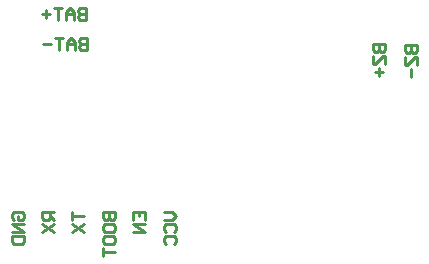
<source format=gbo>
G04*
G04 #@! TF.GenerationSoftware,Altium Limited,Altium Designer,20.0.2 (26)*
G04*
G04 Layer_Color=32896*
%FSLAX25Y25*%
%MOIN*%
G70*
G01*
G75*
%ADD15C,0.01000*%
D15*
X198401Y222700D02*
X202400D01*
Y220701D01*
X201733Y220034D01*
X201067D01*
X200401Y220701D01*
Y222700D01*
Y220701D01*
X199734Y220034D01*
X199068D01*
X198401Y220701D01*
Y222700D01*
Y218701D02*
Y216036D01*
X199068D01*
X201733Y218701D01*
X202400D01*
Y216036D01*
X200401Y214703D02*
Y212037D01*
X199068Y213370D02*
X201733D01*
X209201Y222500D02*
X213200D01*
Y220501D01*
X212534Y219834D01*
X211867D01*
X211201Y220501D01*
Y222500D01*
Y220501D01*
X210534Y219834D01*
X209868D01*
X209201Y220501D01*
Y222500D01*
Y218501D02*
Y215835D01*
X209868D01*
X212534Y218501D01*
X213200D01*
Y215835D01*
X211201Y214503D02*
Y211837D01*
X103200Y224599D02*
Y220600D01*
X101201D01*
X100534Y221266D01*
Y221933D01*
X101201Y222599D01*
X103200D01*
X101201D01*
X100534Y223266D01*
Y223932D01*
X101201Y224599D01*
X103200D01*
X99201Y220600D02*
Y223266D01*
X97868Y224599D01*
X96535Y223266D01*
Y220600D01*
Y222599D01*
X99201D01*
X95203Y224599D02*
X92537D01*
X93870D01*
Y220600D01*
X91204Y222599D02*
X88538D01*
X103000Y234699D02*
Y230700D01*
X101001D01*
X100334Y231366D01*
Y232033D01*
X101001Y232699D01*
X103000D01*
X101001D01*
X100334Y233366D01*
Y234032D01*
X101001Y234699D01*
X103000D01*
X99001Y230700D02*
Y233366D01*
X97668Y234699D01*
X96336Y233366D01*
Y230700D01*
Y232699D01*
X99001D01*
X95003Y234699D02*
X92337D01*
X93670D01*
Y230700D01*
X91004Y232699D02*
X88338D01*
X89671Y234032D02*
Y231366D01*
X78768Y163934D02*
X78101Y164601D01*
Y165934D01*
X78768Y166600D01*
X81434D01*
X82100Y165934D01*
Y164601D01*
X81434Y163934D01*
X80101D01*
Y165267D01*
X82100Y162601D02*
X78101D01*
X82100Y159935D01*
X78101D01*
Y158603D02*
X82100D01*
Y156603D01*
X81434Y155937D01*
X78768D01*
X78101Y156603D01*
Y158603D01*
X92220Y166600D02*
X88221D01*
Y164601D01*
X88888Y163934D01*
X90221D01*
X90887Y164601D01*
Y166600D01*
Y165267D02*
X92220Y163934D01*
X88221Y162601D02*
X92220Y159935D01*
X88221D02*
X92220Y162601D01*
X98341Y166600D02*
Y163934D01*
Y165267D01*
X102340D01*
X98341Y162601D02*
X102340Y159935D01*
X98341D02*
X102340Y162601D01*
X108461Y166600D02*
X112460D01*
Y164601D01*
X111794Y163934D01*
X111127D01*
X110461Y164601D01*
Y166600D01*
Y164601D01*
X109794Y163934D01*
X109128D01*
X108461Y164601D01*
Y166600D01*
Y160602D02*
Y161935D01*
X109128Y162601D01*
X111794D01*
X112460Y161935D01*
Y160602D01*
X111794Y159935D01*
X109128D01*
X108461Y160602D01*
Y156603D02*
Y157936D01*
X109128Y158603D01*
X111794D01*
X112460Y157936D01*
Y156603D01*
X111794Y155937D01*
X109128D01*
X108461Y156603D01*
Y154604D02*
Y151938D01*
Y153271D01*
X112460D01*
X118581Y163934D02*
Y166600D01*
X122580D01*
Y163934D01*
X120581Y166600D02*
Y165267D01*
X122580Y162601D02*
X118581D01*
X122580Y159935D01*
X118581D01*
X128701Y166600D02*
X131367D01*
X132700Y165267D01*
X131367Y163934D01*
X128701D01*
X129368Y159935D02*
X128701Y160602D01*
Y161935D01*
X129368Y162601D01*
X132034D01*
X132700Y161935D01*
Y160602D01*
X132034Y159935D01*
X129368Y155937D02*
X128701Y156603D01*
Y157936D01*
X129368Y158603D01*
X132034D01*
X132700Y157936D01*
Y156603D01*
X132034Y155937D01*
M02*

</source>
